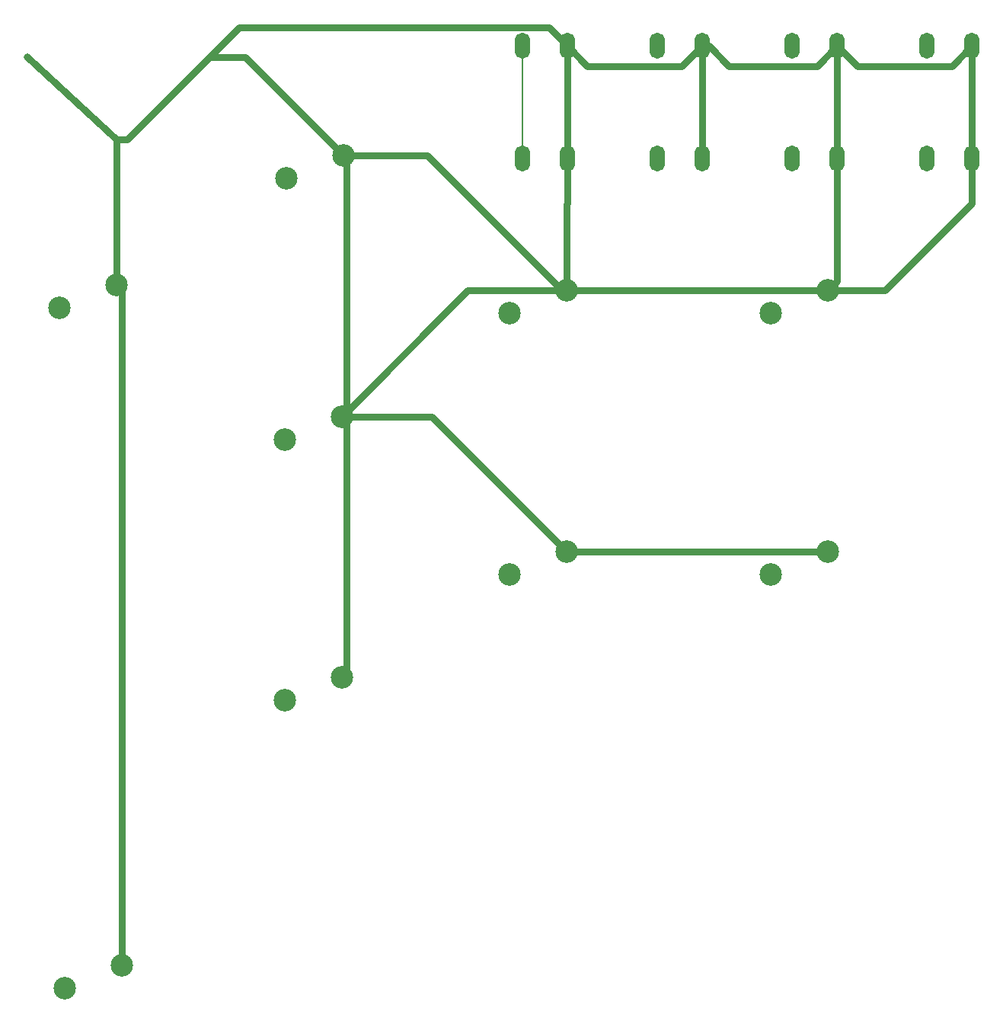
<source format=gbr>
%TF.GenerationSoftware,KiCad,Pcbnew,8.0.4*%
%TF.CreationDate,2024-07-23T17:58:48-07:00*%
%TF.ProjectId,2board_b,32626f61-7264-45f6-922e-6b696361645f,rev?*%
%TF.SameCoordinates,Original*%
%TF.FileFunction,Copper,L2,Bot*%
%TF.FilePolarity,Positive*%
%FSLAX46Y46*%
G04 Gerber Fmt 4.6, Leading zero omitted, Abs format (unit mm)*
G04 Created by KiCad (PCBNEW 8.0.4) date 2024-07-23 17:58:48*
%MOMM*%
%LPD*%
G01*
G04 APERTURE LIST*
%TA.AperFunction,ComponentPad*%
%ADD10C,2.500000*%
%TD*%
%TA.AperFunction,ComponentPad*%
%ADD11O,1.700000X2.900000*%
%TD*%
%TA.AperFunction,ViaPad*%
%ADD12C,0.800000*%
%TD*%
%TA.AperFunction,Conductor*%
%ADD13C,0.800000*%
%TD*%
%TA.AperFunction,Conductor*%
%ADD14C,0.150000*%
%TD*%
G04 APERTURE END LIST*
D10*
%TO.P,SW3_MK1,1,1*%
%TO.N,/Buttons/B2*%
X151718943Y-81460000D03*
%TO.P,SW3_MK1,2,2*%
%TO.N,GND*%
X158068943Y-78920000D03*
%TD*%
%TO.P,SW4_LP1,1,1*%
%TO.N,/Buttons/B3*%
X126718943Y-66460000D03*
%TO.P,SW4_LP1,2,2*%
%TO.N,GND*%
X133068943Y-63920000D03*
%TD*%
%TO.P,SW6_DI1,1,1*%
%TO.N,/Buttons/L1*%
X126899257Y-37460561D03*
%TO.P,SW6_DI1,2,2*%
%TO.N,GND*%
X133249257Y-34920561D03*
%TD*%
D11*
%TO.P,SW11_START1,1,1*%
%TO.N,/Buttons/S2*%
X153125000Y-35250000D03*
X153125000Y-22750000D03*
%TO.P,SW11_START1,2,2*%
%TO.N,GND*%
X158125000Y-35250000D03*
X158125000Y-22750000D03*
%TD*%
%TO.P,SW15_TOUCHPAD1,1,1*%
%TO.N,/Buttons/A2*%
X198125000Y-35250000D03*
X198125000Y-22750000D03*
%TO.P,SW15_TOUCHPAD1,2,2*%
%TO.N,GND*%
X203125000Y-35250000D03*
X203125000Y-22750000D03*
%TD*%
D10*
%TO.P,SW5_MP1,1,1*%
%TO.N,/Buttons/B4*%
X151718943Y-52460000D03*
%TO.P,SW5_MP1,2,2*%
%TO.N,GND*%
X158068943Y-49920000D03*
%TD*%
D11*
%TO.P,SW14_PS1,1,1*%
%TO.N,/Buttons/A1*%
X183125000Y-35250000D03*
X183125000Y-22750000D03*
%TO.P,SW14_PS1,2,2*%
%TO.N,GND*%
X188125000Y-35250000D03*
X188125000Y-22750000D03*
%TD*%
D10*
%TO.P,SW2_LK1,1,1*%
%TO.N,/Buttons/B1*%
X126718943Y-95460000D03*
%TO.P,SW2_LK1,2,2*%
%TO.N,GND*%
X133068943Y-92920000D03*
%TD*%
%TO.P,SW9_HK1,1,1*%
%TO.N,/Buttons/R2*%
X180718943Y-81460000D03*
%TO.P,SW9_HK1,2,2*%
%TO.N,GND*%
X187068943Y-78920000D03*
%TD*%
%TO.P,SW12_THROW1,1,1*%
%TO.N,/Buttons/L3*%
X101700906Y-51814124D03*
%TO.P,SW12_THROW1,2,2*%
%TO.N,GND*%
X108050906Y-49274124D03*
%TD*%
D11*
%TO.P,SW10_SHARE1,1,1*%
%TO.N,/Buttons/S1*%
X168125000Y-35250000D03*
X168125000Y-22750000D03*
%TO.P,SW10_SHARE1,2,2*%
%TO.N,GND*%
X173125000Y-35250000D03*
X173125000Y-22750000D03*
%TD*%
D10*
%TO.P,SW16_SPACE1,1,1*%
%TO.N,/Buttons/SPACE*%
X102225000Y-127470000D03*
%TO.P,SW16_SPACE1,2,2*%
%TO.N,GND*%
X108575000Y-124930000D03*
%TD*%
%TO.P,SW7_HP1,1,1*%
%TO.N,/Buttons/R1*%
X180718943Y-52460000D03*
%TO.P,SW7_HP1,2,2*%
%TO.N,GND*%
X187068943Y-49920000D03*
%TD*%
D12*
%TO.N,GND*%
X98125000Y-24000000D03*
%TD*%
D13*
%TO.N,GND*%
X158068943Y-49920000D02*
X147068943Y-49920000D01*
X133249257Y-34920561D02*
X133228696Y-34900000D01*
X133068943Y-63920000D02*
X133625000Y-63363943D01*
X158125000Y-22750000D02*
X160375000Y-25000000D01*
X200875000Y-25000000D02*
X203125000Y-22750000D01*
X133625000Y-64476057D02*
X133625000Y-92363943D01*
X170875000Y-25000000D02*
X173125000Y-22750000D01*
X133625000Y-63363943D02*
X133625000Y-35296304D01*
X133068943Y-63920000D02*
X143068943Y-63920000D01*
X142545561Y-34920561D02*
X157545000Y-49920000D01*
X157545000Y-49920000D02*
X158068943Y-49920000D01*
X158125000Y-40250000D02*
X158068943Y-40306057D01*
X158125000Y-22750000D02*
X158125000Y-35250000D01*
X190375000Y-25000000D02*
X200875000Y-25000000D01*
X188125000Y-48863943D02*
X188125000Y-22750000D01*
X121675000Y-20700000D02*
X156075000Y-20700000D01*
X147068943Y-49920000D02*
X133068943Y-63920000D01*
X118375000Y-24000000D02*
X121675000Y-20700000D01*
X133249257Y-34920561D02*
X142545561Y-34920561D01*
X122328696Y-24000000D02*
X133249257Y-34920561D01*
X158068943Y-49920000D02*
X187068943Y-49920000D01*
X160375000Y-25000000D02*
X170875000Y-25000000D01*
X156075000Y-20700000D02*
X158125000Y-22750000D01*
X173125000Y-22750000D02*
X173125000Y-35250000D01*
X133625000Y-35296304D02*
X133249257Y-34920561D01*
X176125000Y-25000000D02*
X185875000Y-25000000D01*
X108050906Y-49274124D02*
X108050906Y-33125906D01*
X108050906Y-33125906D02*
X98125000Y-24000000D01*
X143068943Y-63920000D02*
X158068943Y-78920000D01*
X188125000Y-22750000D02*
X190375000Y-25000000D01*
X118375000Y-24000000D02*
X122328696Y-24000000D01*
X193455000Y-49920000D02*
X187068943Y-49920000D01*
X108050906Y-33125906D02*
X109249094Y-33125906D01*
X173875000Y-22750000D02*
X176125000Y-25000000D01*
X133068943Y-63920000D02*
X133625000Y-64476057D01*
X185875000Y-25000000D02*
X188125000Y-22750000D01*
X158125000Y-35250000D02*
X158125000Y-40250000D01*
X203125000Y-22750000D02*
X203125000Y-40250000D01*
X108575000Y-124930000D02*
X108575000Y-49798218D01*
X187068943Y-49920000D02*
X188125000Y-48863943D01*
X203125000Y-40250000D02*
X193455000Y-49920000D01*
X158068943Y-78920000D02*
X187068943Y-78920000D01*
X158068943Y-49920000D02*
X158068943Y-40306057D01*
X173125000Y-22750000D02*
X173875000Y-22750000D01*
X133625000Y-92363943D02*
X133068943Y-92920000D01*
X109249094Y-33125906D02*
X118375000Y-24000000D01*
D14*
%TO.N,/Buttons/S2*%
X153125000Y-22750000D02*
X153125000Y-35250000D01*
%TD*%
M02*

</source>
